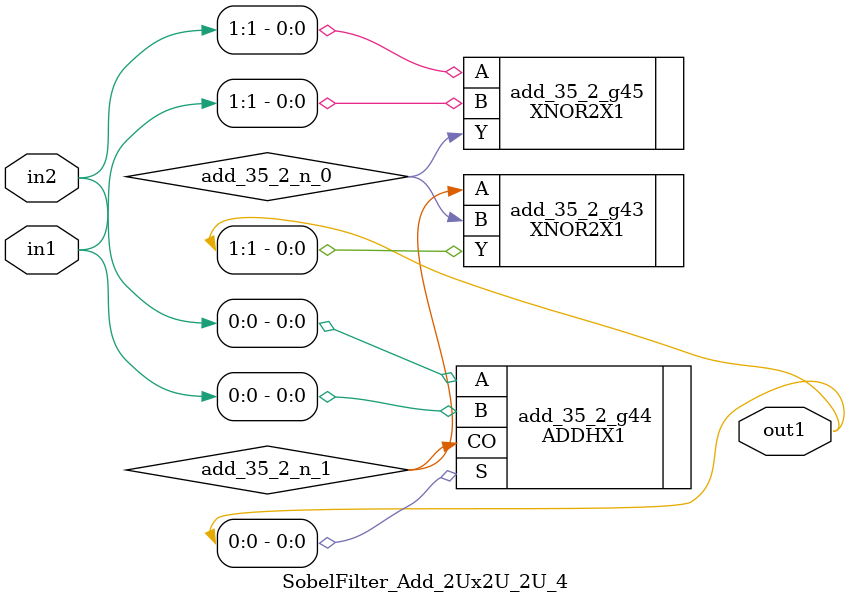
<source format=v>
`timescale 1ps / 1ps


module SobelFilter_Add_2Ux2U_2U_4(in2, in1, out1);
  input [1:0] in2, in1;
  output [1:0] out1;
  wire [1:0] in2, in1;
  wire [1:0] out1;
  wire add_35_2_n_0, add_35_2_n_1;
  XNOR2X1 add_35_2_g43(.A (add_35_2_n_1), .B (add_35_2_n_0), .Y
       (out1[1]));
  ADDHX1 add_35_2_g44(.A (in2[0]), .B (in1[0]), .CO (add_35_2_n_1), .S
       (out1[0]));
  XNOR2X1 add_35_2_g45(.A (in2[1]), .B (in1[1]), .Y (add_35_2_n_0));
endmodule



</source>
